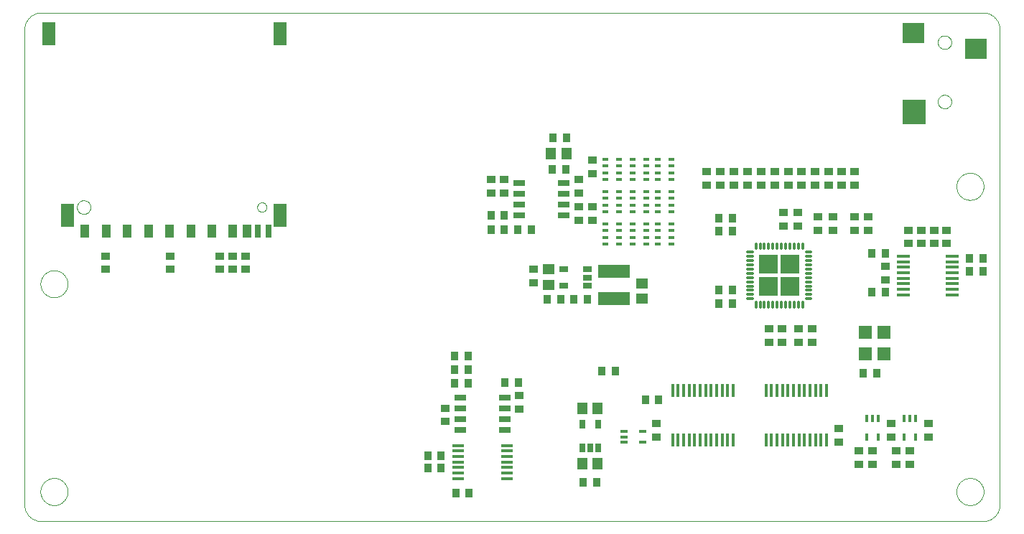
<source format=gtp>
G75*
%MOMM*%
%OFA0B0*%
%FSLAX33Y33*%
%IPPOS*%
%LPD*%
%AMOC8*
5,1,8,0,0,1.08239X$1,22.5*
%
%ADD10C,0.000*%
%ADD11R,1.000X0.950*%
%ADD12R,1.150X1.450*%
%ADD13R,1.500X1.600*%
%ADD14R,0.950X1.000*%
%ADD15C,0.300*%
%ADD16R,2.200X2.200*%
%ADD17R,1.350X0.710*%
%ADD18R,1.000X0.710*%
%ADD19R,1.450X1.150*%
%ADD20R,3.700X1.600*%
%ADD21R,0.450X1.500*%
%ADD22R,0.950X0.400*%
%ADD23R,0.800X0.400*%
%ADD24R,0.710X1.000*%
%ADD25R,2.550X2.400*%
%ADD26R,2.750X2.900*%
%ADD27R,1.500X0.450*%
%ADD28R,1.500X2.800*%
%ADD29R,1.000X1.500*%
%ADD30R,0.700X1.500*%
%ADD31R,1.450X0.450*%
%ADD32R,0.400X0.950*%
D10*
X02354Y00354D02*
X113354Y00354D01*
X113441Y00356D01*
X113528Y00362D01*
X113615Y00371D01*
X113701Y00384D01*
X113787Y00401D01*
X113872Y00422D01*
X113955Y00447D01*
X114038Y00475D01*
X114119Y00506D01*
X114199Y00541D01*
X114277Y00580D01*
X114354Y00622D01*
X114429Y00667D01*
X114501Y00716D01*
X114572Y00767D01*
X114640Y00822D01*
X114705Y00879D01*
X114768Y00940D01*
X114829Y01003D01*
X114886Y01068D01*
X114941Y01136D01*
X114992Y01207D01*
X115041Y01279D01*
X115086Y01354D01*
X115128Y01431D01*
X115167Y01509D01*
X115202Y01589D01*
X115233Y01670D01*
X115261Y01753D01*
X115286Y01836D01*
X115307Y01921D01*
X115324Y02007D01*
X115337Y02093D01*
X115346Y02180D01*
X115352Y02267D01*
X115354Y02354D01*
X115354Y58354D01*
X115352Y58441D01*
X115346Y58528D01*
X115337Y58615D01*
X115324Y58701D01*
X115307Y58787D01*
X115286Y58872D01*
X115261Y58955D01*
X115233Y59038D01*
X115202Y59119D01*
X115167Y59199D01*
X115128Y59277D01*
X115086Y59354D01*
X115041Y59429D01*
X114992Y59501D01*
X114941Y59572D01*
X114886Y59640D01*
X114829Y59705D01*
X114768Y59768D01*
X114705Y59829D01*
X114640Y59886D01*
X114572Y59941D01*
X114501Y59992D01*
X114429Y60041D01*
X114354Y60086D01*
X114277Y60128D01*
X114199Y60167D01*
X114119Y60202D01*
X114038Y60233D01*
X113955Y60261D01*
X113872Y60286D01*
X113787Y60307D01*
X113701Y60324D01*
X113615Y60337D01*
X113528Y60346D01*
X113441Y60352D01*
X113354Y60354D01*
X02354Y60354D01*
X02267Y60352D01*
X02180Y60346D01*
X02093Y60337D01*
X02007Y60324D01*
X01921Y60307D01*
X01836Y60286D01*
X01753Y60261D01*
X01670Y60233D01*
X01589Y60202D01*
X01509Y60167D01*
X01431Y60128D01*
X01354Y60086D01*
X01279Y60041D01*
X01207Y59992D01*
X01136Y59941D01*
X01068Y59886D01*
X01003Y59829D01*
X00940Y59768D01*
X00879Y59705D01*
X00822Y59640D01*
X00767Y59572D01*
X00716Y59501D01*
X00667Y59429D01*
X00622Y59354D01*
X00580Y59277D01*
X00541Y59199D01*
X00506Y59119D01*
X00475Y59038D01*
X00447Y58955D01*
X00422Y58872D01*
X00401Y58787D01*
X00384Y58701D01*
X00371Y58615D01*
X00362Y58528D01*
X00356Y58441D01*
X00354Y58354D01*
X00354Y02354D01*
X00356Y02267D01*
X00362Y02180D01*
X00371Y02093D01*
X00384Y02007D01*
X00401Y01921D01*
X00422Y01836D01*
X00447Y01753D01*
X00475Y01670D01*
X00506Y01589D01*
X00541Y01509D01*
X00580Y01431D01*
X00622Y01354D01*
X00667Y01279D01*
X00716Y01207D01*
X00767Y01136D01*
X00822Y01068D01*
X00879Y01003D01*
X00940Y00940D01*
X01003Y00879D01*
X01068Y00822D01*
X01136Y00767D01*
X01207Y00716D01*
X01279Y00667D01*
X01354Y00622D01*
X01431Y00580D01*
X01509Y00541D01*
X01589Y00506D01*
X01670Y00475D01*
X01753Y00447D01*
X01836Y00422D01*
X01921Y00401D01*
X02007Y00384D01*
X02093Y00371D01*
X02180Y00362D01*
X02267Y00356D01*
X02354Y00354D01*
X02254Y03854D02*
X02256Y03934D01*
X02262Y04013D01*
X02272Y04092D01*
X02286Y04171D01*
X02303Y04249D01*
X02325Y04326D01*
X02350Y04401D01*
X02380Y04475D01*
X02412Y04548D01*
X02449Y04619D01*
X02489Y04688D01*
X02532Y04755D01*
X02579Y04820D01*
X02628Y04882D01*
X02681Y04942D01*
X02737Y04999D01*
X02795Y05054D01*
X02856Y05105D01*
X02920Y05153D01*
X02986Y05198D01*
X03054Y05240D01*
X03124Y05278D01*
X03196Y05312D01*
X03269Y05343D01*
X03344Y05371D01*
X03421Y05394D01*
X03498Y05414D01*
X03576Y05430D01*
X03655Y05442D01*
X03734Y05450D01*
X03814Y05454D01*
X03894Y05454D01*
X03974Y05450D01*
X04053Y05442D01*
X04132Y05430D01*
X04210Y05414D01*
X04287Y05394D01*
X04364Y05371D01*
X04439Y05343D01*
X04512Y05312D01*
X04584Y05278D01*
X04654Y05240D01*
X04722Y05198D01*
X04788Y05153D01*
X04852Y05105D01*
X04913Y05054D01*
X04971Y04999D01*
X05027Y04942D01*
X05080Y04882D01*
X05129Y04820D01*
X05176Y04755D01*
X05219Y04688D01*
X05259Y04619D01*
X05296Y04548D01*
X05328Y04475D01*
X05358Y04401D01*
X05383Y04326D01*
X05405Y04249D01*
X05422Y04171D01*
X05436Y04092D01*
X05446Y04013D01*
X05452Y03934D01*
X05454Y03854D01*
X05452Y03774D01*
X05446Y03695D01*
X05436Y03616D01*
X05422Y03537D01*
X05405Y03459D01*
X05383Y03382D01*
X05358Y03307D01*
X05328Y03233D01*
X05296Y03160D01*
X05259Y03089D01*
X05219Y03020D01*
X05176Y02953D01*
X05129Y02888D01*
X05080Y02826D01*
X05027Y02766D01*
X04971Y02709D01*
X04913Y02654D01*
X04852Y02603D01*
X04788Y02555D01*
X04722Y02510D01*
X04654Y02468D01*
X04584Y02430D01*
X04512Y02396D01*
X04439Y02365D01*
X04364Y02337D01*
X04287Y02314D01*
X04210Y02294D01*
X04132Y02278D01*
X04053Y02266D01*
X03974Y02258D01*
X03894Y02254D01*
X03814Y02254D01*
X03734Y02258D01*
X03655Y02266D01*
X03576Y02278D01*
X03498Y02294D01*
X03421Y02314D01*
X03344Y02337D01*
X03269Y02365D01*
X03196Y02396D01*
X03124Y02430D01*
X03054Y02468D01*
X02986Y02510D01*
X02920Y02555D01*
X02856Y02603D01*
X02795Y02654D01*
X02737Y02709D01*
X02681Y02766D01*
X02628Y02826D01*
X02579Y02888D01*
X02532Y02953D01*
X02489Y03020D01*
X02449Y03089D01*
X02412Y03160D01*
X02380Y03233D01*
X02350Y03307D01*
X02325Y03382D01*
X02303Y03459D01*
X02286Y03537D01*
X02272Y03616D01*
X02262Y03695D01*
X02256Y03774D01*
X02254Y03854D01*
X02254Y28354D02*
X02256Y28434D01*
X02262Y28513D01*
X02272Y28592D01*
X02286Y28671D01*
X02303Y28749D01*
X02325Y28826D01*
X02350Y28901D01*
X02380Y28975D01*
X02412Y29048D01*
X02449Y29119D01*
X02489Y29188D01*
X02532Y29255D01*
X02579Y29320D01*
X02628Y29382D01*
X02681Y29442D01*
X02737Y29499D01*
X02795Y29554D01*
X02856Y29605D01*
X02920Y29653D01*
X02986Y29698D01*
X03054Y29740D01*
X03124Y29778D01*
X03196Y29812D01*
X03269Y29843D01*
X03344Y29871D01*
X03421Y29894D01*
X03498Y29914D01*
X03576Y29930D01*
X03655Y29942D01*
X03734Y29950D01*
X03814Y29954D01*
X03894Y29954D01*
X03974Y29950D01*
X04053Y29942D01*
X04132Y29930D01*
X04210Y29914D01*
X04287Y29894D01*
X04364Y29871D01*
X04439Y29843D01*
X04512Y29812D01*
X04584Y29778D01*
X04654Y29740D01*
X04722Y29698D01*
X04788Y29653D01*
X04852Y29605D01*
X04913Y29554D01*
X04971Y29499D01*
X05027Y29442D01*
X05080Y29382D01*
X05129Y29320D01*
X05176Y29255D01*
X05219Y29188D01*
X05259Y29119D01*
X05296Y29048D01*
X05328Y28975D01*
X05358Y28901D01*
X05383Y28826D01*
X05405Y28749D01*
X05422Y28671D01*
X05436Y28592D01*
X05446Y28513D01*
X05452Y28434D01*
X05454Y28354D01*
X05452Y28274D01*
X05446Y28195D01*
X05436Y28116D01*
X05422Y28037D01*
X05405Y27959D01*
X05383Y27882D01*
X05358Y27807D01*
X05328Y27733D01*
X05296Y27660D01*
X05259Y27589D01*
X05219Y27520D01*
X05176Y27453D01*
X05129Y27388D01*
X05080Y27326D01*
X05027Y27266D01*
X04971Y27209D01*
X04913Y27154D01*
X04852Y27103D01*
X04788Y27055D01*
X04722Y27010D01*
X04654Y26968D01*
X04584Y26930D01*
X04512Y26896D01*
X04439Y26865D01*
X04364Y26837D01*
X04287Y26814D01*
X04210Y26794D01*
X04132Y26778D01*
X04053Y26766D01*
X03974Y26758D01*
X03894Y26754D01*
X03814Y26754D01*
X03734Y26758D01*
X03655Y26766D01*
X03576Y26778D01*
X03498Y26794D01*
X03421Y26814D01*
X03344Y26837D01*
X03269Y26865D01*
X03196Y26896D01*
X03124Y26930D01*
X03054Y26968D01*
X02986Y27010D01*
X02920Y27055D01*
X02856Y27103D01*
X02795Y27154D01*
X02737Y27209D01*
X02681Y27266D01*
X02628Y27326D01*
X02579Y27388D01*
X02532Y27453D01*
X02489Y27520D01*
X02449Y27589D01*
X02412Y27660D01*
X02380Y27733D01*
X02350Y27807D01*
X02325Y27882D01*
X02303Y27959D01*
X02286Y28037D01*
X02272Y28116D01*
X02262Y28195D01*
X02256Y28274D01*
X02254Y28354D01*
X06554Y37404D02*
X06556Y37460D01*
X06562Y37517D01*
X06572Y37572D01*
X06586Y37627D01*
X06603Y37681D01*
X06625Y37733D01*
X06650Y37783D01*
X06678Y37832D01*
X06710Y37879D01*
X06745Y37923D01*
X06783Y37965D01*
X06824Y38004D01*
X06868Y38039D01*
X06914Y38072D01*
X06962Y38101D01*
X07012Y38127D01*
X07064Y38150D01*
X07118Y38168D01*
X07172Y38183D01*
X07227Y38194D01*
X07283Y38201D01*
X07340Y38204D01*
X07396Y38203D01*
X07453Y38198D01*
X07508Y38189D01*
X07563Y38176D01*
X07617Y38159D01*
X07670Y38139D01*
X07721Y38115D01*
X07770Y38087D01*
X07817Y38056D01*
X07862Y38022D01*
X07905Y37984D01*
X07944Y37944D01*
X07981Y37901D01*
X08014Y37856D01*
X08044Y37808D01*
X08071Y37758D01*
X08094Y37707D01*
X08114Y37654D01*
X08130Y37600D01*
X08142Y37544D01*
X08150Y37489D01*
X08154Y37432D01*
X08154Y37376D01*
X08150Y37319D01*
X08142Y37264D01*
X08130Y37208D01*
X08114Y37154D01*
X08094Y37101D01*
X08071Y37050D01*
X08044Y37000D01*
X08014Y36952D01*
X07981Y36907D01*
X07944Y36864D01*
X07905Y36824D01*
X07862Y36786D01*
X07817Y36752D01*
X07770Y36721D01*
X07721Y36693D01*
X07670Y36669D01*
X07617Y36649D01*
X07563Y36632D01*
X07508Y36619D01*
X07453Y36610D01*
X07396Y36605D01*
X07340Y36604D01*
X07283Y36607D01*
X07227Y36614D01*
X07172Y36625D01*
X07118Y36640D01*
X07064Y36658D01*
X07012Y36681D01*
X06962Y36707D01*
X06914Y36736D01*
X06868Y36769D01*
X06824Y36804D01*
X06783Y36843D01*
X06745Y36885D01*
X06710Y36929D01*
X06678Y36976D01*
X06650Y37025D01*
X06625Y37075D01*
X06603Y37127D01*
X06586Y37181D01*
X06572Y37236D01*
X06562Y37291D01*
X06556Y37348D01*
X06554Y37404D01*
X27804Y37404D02*
X27806Y37451D01*
X27812Y37497D01*
X27822Y37543D01*
X27835Y37587D01*
X27853Y37631D01*
X27874Y37672D01*
X27898Y37712D01*
X27926Y37750D01*
X27957Y37785D01*
X27991Y37817D01*
X28027Y37846D01*
X28066Y37872D01*
X28106Y37895D01*
X28149Y37914D01*
X28193Y37930D01*
X28238Y37942D01*
X28284Y37950D01*
X28331Y37954D01*
X28377Y37954D01*
X28424Y37950D01*
X28470Y37942D01*
X28515Y37930D01*
X28559Y37914D01*
X28602Y37895D01*
X28642Y37872D01*
X28681Y37846D01*
X28717Y37817D01*
X28751Y37785D01*
X28782Y37750D01*
X28810Y37712D01*
X28834Y37672D01*
X28855Y37631D01*
X28873Y37587D01*
X28886Y37543D01*
X28896Y37497D01*
X28902Y37451D01*
X28904Y37404D01*
X28902Y37357D01*
X28896Y37311D01*
X28886Y37265D01*
X28873Y37221D01*
X28855Y37177D01*
X28834Y37136D01*
X28810Y37096D01*
X28782Y37058D01*
X28751Y37023D01*
X28717Y36991D01*
X28681Y36962D01*
X28642Y36936D01*
X28602Y36913D01*
X28559Y36894D01*
X28515Y36878D01*
X28470Y36866D01*
X28424Y36858D01*
X28377Y36854D01*
X28331Y36854D01*
X28284Y36858D01*
X28238Y36866D01*
X28193Y36878D01*
X28149Y36894D01*
X28106Y36913D01*
X28066Y36936D01*
X28027Y36962D01*
X27991Y36991D01*
X27957Y37023D01*
X27926Y37058D01*
X27898Y37096D01*
X27874Y37136D01*
X27853Y37177D01*
X27835Y37221D01*
X27822Y37265D01*
X27812Y37311D01*
X27806Y37357D01*
X27804Y37404D01*
X108054Y49854D02*
X108056Y49910D01*
X108062Y49967D01*
X108072Y50022D01*
X108086Y50077D01*
X108103Y50131D01*
X108125Y50183D01*
X108150Y50233D01*
X108178Y50282D01*
X108210Y50329D01*
X108245Y50373D01*
X108283Y50415D01*
X108324Y50454D01*
X108368Y50489D01*
X108414Y50522D01*
X108462Y50551D01*
X108512Y50577D01*
X108564Y50600D01*
X108618Y50618D01*
X108672Y50633D01*
X108727Y50644D01*
X108783Y50651D01*
X108840Y50654D01*
X108896Y50653D01*
X108953Y50648D01*
X109008Y50639D01*
X109063Y50626D01*
X109117Y50609D01*
X109170Y50589D01*
X109221Y50565D01*
X109270Y50537D01*
X109317Y50506D01*
X109362Y50472D01*
X109405Y50434D01*
X109444Y50394D01*
X109481Y50351D01*
X109514Y50306D01*
X109544Y50258D01*
X109571Y50208D01*
X109594Y50157D01*
X109614Y50104D01*
X109630Y50050D01*
X109642Y49994D01*
X109650Y49939D01*
X109654Y49882D01*
X109654Y49826D01*
X109650Y49769D01*
X109642Y49714D01*
X109630Y49658D01*
X109614Y49604D01*
X109594Y49551D01*
X109571Y49500D01*
X109544Y49450D01*
X109514Y49402D01*
X109481Y49357D01*
X109444Y49314D01*
X109405Y49274D01*
X109362Y49236D01*
X109317Y49202D01*
X109270Y49171D01*
X109221Y49143D01*
X109170Y49119D01*
X109117Y49099D01*
X109063Y49082D01*
X109008Y49069D01*
X108953Y49060D01*
X108896Y49055D01*
X108840Y49054D01*
X108783Y49057D01*
X108727Y49064D01*
X108672Y49075D01*
X108618Y49090D01*
X108564Y49108D01*
X108512Y49131D01*
X108462Y49157D01*
X108414Y49186D01*
X108368Y49219D01*
X108324Y49254D01*
X108283Y49293D01*
X108245Y49335D01*
X108210Y49379D01*
X108178Y49426D01*
X108150Y49475D01*
X108125Y49525D01*
X108103Y49577D01*
X108086Y49631D01*
X108072Y49686D01*
X108062Y49741D01*
X108056Y49798D01*
X108054Y49854D01*
X108054Y56854D02*
X108056Y56910D01*
X108062Y56967D01*
X108072Y57022D01*
X108086Y57077D01*
X108103Y57131D01*
X108125Y57183D01*
X108150Y57233D01*
X108178Y57282D01*
X108210Y57329D01*
X108245Y57373D01*
X108283Y57415D01*
X108324Y57454D01*
X108368Y57489D01*
X108414Y57522D01*
X108462Y57551D01*
X108512Y57577D01*
X108564Y57600D01*
X108618Y57618D01*
X108672Y57633D01*
X108727Y57644D01*
X108783Y57651D01*
X108840Y57654D01*
X108896Y57653D01*
X108953Y57648D01*
X109008Y57639D01*
X109063Y57626D01*
X109117Y57609D01*
X109170Y57589D01*
X109221Y57565D01*
X109270Y57537D01*
X109317Y57506D01*
X109362Y57472D01*
X109405Y57434D01*
X109444Y57394D01*
X109481Y57351D01*
X109514Y57306D01*
X109544Y57258D01*
X109571Y57208D01*
X109594Y57157D01*
X109614Y57104D01*
X109630Y57050D01*
X109642Y56994D01*
X109650Y56939D01*
X109654Y56882D01*
X109654Y56826D01*
X109650Y56769D01*
X109642Y56714D01*
X109630Y56658D01*
X109614Y56604D01*
X109594Y56551D01*
X109571Y56500D01*
X109544Y56450D01*
X109514Y56402D01*
X109481Y56357D01*
X109444Y56314D01*
X109405Y56274D01*
X109362Y56236D01*
X109317Y56202D01*
X109270Y56171D01*
X109221Y56143D01*
X109170Y56119D01*
X109117Y56099D01*
X109063Y56082D01*
X109008Y56069D01*
X108953Y56060D01*
X108896Y56055D01*
X108840Y56054D01*
X108783Y56057D01*
X108727Y56064D01*
X108672Y56075D01*
X108618Y56090D01*
X108564Y56108D01*
X108512Y56131D01*
X108462Y56157D01*
X108414Y56186D01*
X108368Y56219D01*
X108324Y56254D01*
X108283Y56293D01*
X108245Y56335D01*
X108210Y56379D01*
X108178Y56426D01*
X108150Y56475D01*
X108125Y56525D01*
X108103Y56577D01*
X108086Y56631D01*
X108072Y56686D01*
X108062Y56741D01*
X108056Y56798D01*
X108054Y56854D01*
X110254Y39854D02*
X110256Y39934D01*
X110262Y40013D01*
X110272Y40092D01*
X110286Y40171D01*
X110303Y40249D01*
X110325Y40326D01*
X110350Y40401D01*
X110380Y40475D01*
X110412Y40548D01*
X110449Y40619D01*
X110489Y40688D01*
X110532Y40755D01*
X110579Y40820D01*
X110628Y40882D01*
X110681Y40942D01*
X110737Y40999D01*
X110795Y41054D01*
X110856Y41105D01*
X110920Y41153D01*
X110986Y41198D01*
X111054Y41240D01*
X111124Y41278D01*
X111196Y41312D01*
X111269Y41343D01*
X111344Y41371D01*
X111421Y41394D01*
X111498Y41414D01*
X111576Y41430D01*
X111655Y41442D01*
X111734Y41450D01*
X111814Y41454D01*
X111894Y41454D01*
X111974Y41450D01*
X112053Y41442D01*
X112132Y41430D01*
X112210Y41414D01*
X112287Y41394D01*
X112364Y41371D01*
X112439Y41343D01*
X112512Y41312D01*
X112584Y41278D01*
X112654Y41240D01*
X112722Y41198D01*
X112788Y41153D01*
X112852Y41105D01*
X112913Y41054D01*
X112971Y40999D01*
X113027Y40942D01*
X113080Y40882D01*
X113129Y40820D01*
X113176Y40755D01*
X113219Y40688D01*
X113259Y40619D01*
X113296Y40548D01*
X113328Y40475D01*
X113358Y40401D01*
X113383Y40326D01*
X113405Y40249D01*
X113422Y40171D01*
X113436Y40092D01*
X113446Y40013D01*
X113452Y39934D01*
X113454Y39854D01*
X113452Y39774D01*
X113446Y39695D01*
X113436Y39616D01*
X113422Y39537D01*
X113405Y39459D01*
X113383Y39382D01*
X113358Y39307D01*
X113328Y39233D01*
X113296Y39160D01*
X113259Y39089D01*
X113219Y39020D01*
X113176Y38953D01*
X113129Y38888D01*
X113080Y38826D01*
X113027Y38766D01*
X112971Y38709D01*
X112913Y38654D01*
X112852Y38603D01*
X112788Y38555D01*
X112722Y38510D01*
X112654Y38468D01*
X112584Y38430D01*
X112512Y38396D01*
X112439Y38365D01*
X112364Y38337D01*
X112287Y38314D01*
X112210Y38294D01*
X112132Y38278D01*
X112053Y38266D01*
X111974Y38258D01*
X111894Y38254D01*
X111814Y38254D01*
X111734Y38258D01*
X111655Y38266D01*
X111576Y38278D01*
X111498Y38294D01*
X111421Y38314D01*
X111344Y38337D01*
X111269Y38365D01*
X111196Y38396D01*
X111124Y38430D01*
X111054Y38468D01*
X110986Y38510D01*
X110920Y38555D01*
X110856Y38603D01*
X110795Y38654D01*
X110737Y38709D01*
X110681Y38766D01*
X110628Y38826D01*
X110579Y38888D01*
X110532Y38953D01*
X110489Y39020D01*
X110449Y39089D01*
X110412Y39160D01*
X110380Y39233D01*
X110350Y39307D01*
X110325Y39382D01*
X110303Y39459D01*
X110286Y39537D01*
X110272Y39616D01*
X110262Y39695D01*
X110256Y39774D01*
X110254Y39854D01*
X110254Y03854D02*
X110256Y03934D01*
X110262Y04013D01*
X110272Y04092D01*
X110286Y04171D01*
X110303Y04249D01*
X110325Y04326D01*
X110350Y04401D01*
X110380Y04475D01*
X110412Y04548D01*
X110449Y04619D01*
X110489Y04688D01*
X110532Y04755D01*
X110579Y04820D01*
X110628Y04882D01*
X110681Y04942D01*
X110737Y04999D01*
X110795Y05054D01*
X110856Y05105D01*
X110920Y05153D01*
X110986Y05198D01*
X111054Y05240D01*
X111124Y05278D01*
X111196Y05312D01*
X111269Y05343D01*
X111344Y05371D01*
X111421Y05394D01*
X111498Y05414D01*
X111576Y05430D01*
X111655Y05442D01*
X111734Y05450D01*
X111814Y05454D01*
X111894Y05454D01*
X111974Y05450D01*
X112053Y05442D01*
X112132Y05430D01*
X112210Y05414D01*
X112287Y05394D01*
X112364Y05371D01*
X112439Y05343D01*
X112512Y05312D01*
X112584Y05278D01*
X112654Y05240D01*
X112722Y05198D01*
X112788Y05153D01*
X112852Y05105D01*
X112913Y05054D01*
X112971Y04999D01*
X113027Y04942D01*
X113080Y04882D01*
X113129Y04820D01*
X113176Y04755D01*
X113219Y04688D01*
X113259Y04619D01*
X113296Y04548D01*
X113328Y04475D01*
X113358Y04401D01*
X113383Y04326D01*
X113405Y04249D01*
X113422Y04171D01*
X113436Y04092D01*
X113446Y04013D01*
X113452Y03934D01*
X113454Y03854D01*
X113452Y03774D01*
X113446Y03695D01*
X113436Y03616D01*
X113422Y03537D01*
X113405Y03459D01*
X113383Y03382D01*
X113358Y03307D01*
X113328Y03233D01*
X113296Y03160D01*
X113259Y03089D01*
X113219Y03020D01*
X113176Y02953D01*
X113129Y02888D01*
X113080Y02826D01*
X113027Y02766D01*
X112971Y02709D01*
X112913Y02654D01*
X112852Y02603D01*
X112788Y02555D01*
X112722Y02510D01*
X112654Y02468D01*
X112584Y02430D01*
X112512Y02396D01*
X112439Y02365D01*
X112364Y02337D01*
X112287Y02314D01*
X112210Y02294D01*
X112132Y02278D01*
X112053Y02266D01*
X111974Y02258D01*
X111894Y02254D01*
X111814Y02254D01*
X111734Y02258D01*
X111655Y02266D01*
X111576Y02278D01*
X111498Y02294D01*
X111421Y02314D01*
X111344Y02337D01*
X111269Y02365D01*
X111196Y02396D01*
X111124Y02430D01*
X111054Y02468D01*
X110986Y02510D01*
X110920Y02555D01*
X110856Y02603D01*
X110795Y02654D01*
X110737Y02709D01*
X110681Y02766D01*
X110628Y02826D01*
X110579Y02888D01*
X110532Y02953D01*
X110489Y03020D01*
X110449Y03089D01*
X110412Y03160D01*
X110380Y03233D01*
X110350Y03307D01*
X110325Y03382D01*
X110303Y03459D01*
X110286Y03537D01*
X110272Y03616D01*
X110262Y03695D01*
X110256Y03774D01*
X110254Y03854D01*
D11*
X104754Y07054D03*
X103154Y07054D03*
X103154Y08654D03*
X104754Y08654D03*
X102554Y10254D03*
X102554Y11854D03*
X100354Y08654D03*
X98754Y08654D03*
X98754Y07054D03*
X100354Y07054D03*
X96354Y09704D03*
X96354Y11304D03*
X106954Y11854D03*
X106954Y10254D03*
X93204Y21454D03*
X91654Y21454D03*
X89654Y21454D03*
X88154Y21454D03*
X88154Y23054D03*
X89654Y23054D03*
X91654Y23054D03*
X93204Y23054D03*
X101904Y28854D03*
X101904Y30454D03*
X104604Y33104D03*
X106104Y33104D03*
X107604Y33104D03*
X109104Y33104D03*
X109104Y34704D03*
X107604Y34704D03*
X106104Y34704D03*
X104604Y34704D03*
X99804Y34704D03*
X99804Y36304D03*
X98204Y36304D03*
X98204Y34704D03*
X95654Y34704D03*
X93954Y34704D03*
X93954Y36304D03*
X95654Y36304D03*
X91554Y36804D03*
X91554Y35204D03*
X89854Y35204D03*
X89854Y36804D03*
X90404Y40004D03*
X92004Y40004D03*
X93604Y40004D03*
X93604Y41604D03*
X92004Y41604D03*
X90404Y41604D03*
X88804Y41604D03*
X87204Y41604D03*
X87204Y40004D03*
X88804Y40004D03*
X85604Y40004D03*
X84004Y40004D03*
X82404Y40004D03*
X82404Y41604D03*
X84004Y41604D03*
X85604Y41604D03*
X80804Y41604D03*
X80804Y40004D03*
X67354Y41354D03*
X67354Y42954D03*
X65754Y40654D03*
X65754Y39054D03*
X65754Y37454D03*
X65754Y35854D03*
X67354Y35854D03*
X67354Y37454D03*
X60354Y30054D03*
X60354Y28454D03*
X56954Y39104D03*
X55354Y39104D03*
X55354Y40704D03*
X56954Y40704D03*
X26404Y31654D03*
X24904Y31654D03*
X23404Y31654D03*
X23404Y30054D03*
X24904Y30054D03*
X26404Y30054D03*
X17504Y30054D03*
X17504Y31654D03*
X09904Y31654D03*
X09904Y30054D03*
X50004Y13704D03*
X50004Y12104D03*
X58654Y13554D03*
X58654Y15154D03*
X74854Y11904D03*
X74854Y10304D03*
X95204Y40004D03*
X96704Y40004D03*
X98204Y40004D03*
X98204Y41604D03*
X96704Y41604D03*
X95204Y41604D03*
D12*
X64254Y43754D03*
X62454Y43754D03*
X66154Y13654D03*
X67954Y13654D03*
X67954Y07154D03*
X66154Y07154D03*
D13*
X99503Y20084D03*
X101703Y20084D03*
X101703Y22624D03*
X99503Y22624D03*
D14*
X100304Y27354D03*
X101904Y27354D03*
X101904Y31954D03*
X100304Y31954D03*
X111804Y31354D03*
X111804Y29854D03*
X113404Y29854D03*
X113404Y31354D03*
X100854Y17804D03*
X99254Y17804D03*
X83854Y26004D03*
X82254Y26004D03*
X82254Y27604D03*
X83854Y27604D03*
X83854Y34554D03*
X82254Y34554D03*
X82254Y36104D03*
X83854Y36104D03*
X66754Y26504D03*
X65154Y26504D03*
X63604Y26504D03*
X62004Y26504D03*
X52654Y19854D03*
X51054Y19854D03*
X51054Y18254D03*
X52654Y18254D03*
X52654Y16654D03*
X51054Y16654D03*
X57004Y16704D03*
X58604Y16704D03*
X68404Y18104D03*
X70004Y18104D03*
X73554Y14654D03*
X75154Y14654D03*
X67854Y04954D03*
X66254Y04954D03*
X52804Y03704D03*
X51204Y03704D03*
X49504Y06604D03*
X47904Y06604D03*
X47904Y08104D03*
X49504Y08104D03*
X55354Y34754D03*
X56954Y34754D03*
X58554Y34754D03*
X60154Y34754D03*
X56954Y36404D03*
X55354Y36404D03*
X62554Y41904D03*
X64154Y41904D03*
X64254Y45604D03*
X62654Y45604D03*
D15*
X85629Y32104D02*
X86179Y32104D01*
X86179Y31604D02*
X85629Y31604D01*
X85629Y31104D02*
X86179Y31104D01*
X86179Y30604D02*
X85629Y30604D01*
X85629Y30104D02*
X86179Y30104D01*
X86179Y29604D02*
X85629Y29604D01*
X85629Y29104D02*
X86179Y29104D01*
X86179Y28604D02*
X85629Y28604D01*
X85629Y28104D02*
X86179Y28104D01*
X86179Y27604D02*
X85629Y27604D01*
X85629Y27104D02*
X86179Y27104D01*
X86179Y26604D02*
X85629Y26604D01*
X86604Y26179D02*
X86604Y25629D01*
X87104Y25629D02*
X87104Y26179D01*
X87604Y26179D02*
X87604Y25629D01*
X88104Y25629D02*
X88104Y26179D01*
X88604Y26179D02*
X88604Y25629D01*
X89104Y25629D02*
X89104Y26179D01*
X89604Y26179D02*
X89604Y25629D01*
X90104Y25629D02*
X90104Y26179D01*
X90604Y26179D02*
X90604Y25629D01*
X91104Y25629D02*
X91104Y26179D01*
X91604Y26179D02*
X91604Y25629D01*
X92104Y25629D02*
X92104Y26179D01*
X92529Y26604D02*
X93079Y26604D01*
X93079Y27104D02*
X92529Y27104D01*
X92529Y27604D02*
X93079Y27604D01*
X93079Y28104D02*
X92529Y28104D01*
X92529Y28604D02*
X93079Y28604D01*
X93079Y29104D02*
X92529Y29104D01*
X92529Y29604D02*
X93079Y29604D01*
X93079Y30104D02*
X92529Y30104D01*
X92529Y30604D02*
X93079Y30604D01*
X93079Y31104D02*
X92529Y31104D01*
X92529Y31604D02*
X93079Y31604D01*
X93079Y32104D02*
X92529Y32104D01*
X92104Y32529D02*
X92104Y33079D01*
X91604Y33079D02*
X91604Y32529D01*
X91104Y32529D02*
X91104Y33079D01*
X90604Y33079D02*
X90604Y32529D01*
X90104Y32529D02*
X90104Y33079D01*
X89604Y33079D02*
X89604Y32529D01*
X89104Y32529D02*
X89104Y33079D01*
X88604Y33079D02*
X88604Y32529D01*
X88104Y32529D02*
X88104Y33079D01*
X87604Y33079D02*
X87604Y32529D01*
X87104Y32529D02*
X87104Y33079D01*
X86604Y33079D02*
X86604Y32529D01*
D16*
X88054Y30654D03*
X90654Y30654D03*
X90654Y28054D03*
X88054Y28054D03*
D17*
X63979Y36449D03*
X63979Y37719D03*
X63979Y38989D03*
X63979Y40259D03*
X58729Y40259D03*
X58729Y38989D03*
X58729Y37719D03*
X58729Y36449D03*
X56979Y14959D03*
X56979Y13689D03*
X56979Y12419D03*
X56979Y11149D03*
X51729Y11149D03*
X51729Y12419D03*
X51729Y13689D03*
X51729Y14959D03*
D18*
X63954Y28154D03*
X66754Y28154D03*
X66754Y29104D03*
X66754Y30054D03*
X63954Y30054D03*
D19*
X62154Y30054D03*
X62154Y28254D03*
X73204Y28404D03*
X73204Y26604D03*
D20*
X69854Y26604D03*
X69854Y29804D03*
D21*
X76779Y15754D03*
X77429Y15754D03*
X78079Y15754D03*
X78729Y15754D03*
X79379Y15754D03*
X80029Y15754D03*
X80679Y15754D03*
X81329Y15754D03*
X81979Y15754D03*
X82629Y15754D03*
X83279Y15754D03*
X83929Y15754D03*
X87779Y15754D03*
X88429Y15754D03*
X89079Y15754D03*
X89729Y15754D03*
X90379Y15754D03*
X91029Y15754D03*
X91679Y15754D03*
X92329Y15754D03*
X92979Y15754D03*
X93629Y15754D03*
X94279Y15754D03*
X94929Y15754D03*
X94929Y09954D03*
X94279Y09954D03*
X93629Y09954D03*
X92979Y09954D03*
X92329Y09954D03*
X91679Y09954D03*
X91029Y09954D03*
X90379Y09954D03*
X89729Y09954D03*
X89079Y09954D03*
X88429Y09954D03*
X87779Y09954D03*
X83929Y09954D03*
X83279Y09954D03*
X82629Y09954D03*
X81979Y09954D03*
X81329Y09954D03*
X80679Y09954D03*
X80029Y09954D03*
X79379Y09954D03*
X78729Y09954D03*
X78079Y09954D03*
X77429Y09954D03*
X76779Y09954D03*
D22*
X73254Y09654D03*
X73254Y10954D03*
X71054Y10954D03*
X71054Y10304D03*
X71054Y09654D03*
D23*
X70454Y33054D03*
X70454Y33854D03*
X70454Y34654D03*
X70454Y35454D03*
X68854Y35454D03*
X68854Y34654D03*
X68854Y33854D03*
X68854Y33054D03*
X72054Y33054D03*
X72054Y33854D03*
X72054Y34654D03*
X72054Y35454D03*
X73654Y35454D03*
X73654Y34654D03*
X73654Y33854D03*
X73654Y33054D03*
X75054Y33054D03*
X75054Y33854D03*
X75054Y34654D03*
X75054Y35454D03*
X75054Y36854D03*
X75054Y37654D03*
X75054Y38454D03*
X75054Y39254D03*
X75054Y40654D03*
X73654Y40654D03*
X73654Y39254D03*
X73654Y38454D03*
X73654Y37654D03*
X73654Y36854D03*
X72054Y36854D03*
X72054Y37654D03*
X72054Y38454D03*
X72054Y39254D03*
X72054Y40654D03*
X72054Y41454D03*
X72054Y42254D03*
X72054Y43054D03*
X73654Y43054D03*
X73654Y42254D03*
X73654Y41454D03*
X75054Y41454D03*
X75054Y42254D03*
X75054Y43054D03*
X76654Y43054D03*
X76654Y42254D03*
X76654Y41454D03*
X76654Y40654D03*
X76654Y39254D03*
X76654Y38454D03*
X76654Y37654D03*
X76654Y36854D03*
X76654Y35454D03*
X76654Y34654D03*
X76654Y33854D03*
X76654Y33054D03*
X70454Y36854D03*
X70454Y37654D03*
X70454Y38454D03*
X70454Y39254D03*
X70454Y40654D03*
X68854Y40654D03*
X68854Y39254D03*
X68854Y38454D03*
X68854Y37654D03*
X68854Y36854D03*
X68854Y41454D03*
X68854Y42254D03*
X68854Y43054D03*
X70454Y43054D03*
X70454Y42254D03*
X70454Y41454D03*
D24*
X68004Y11804D03*
X66104Y11804D03*
X66104Y09004D03*
X67054Y09004D03*
X68004Y09004D03*
D25*
X112529Y56054D03*
X105179Y57954D03*
D26*
X105279Y48654D03*
D27*
X103954Y31629D03*
X103954Y30979D03*
X103954Y30329D03*
X103954Y29679D03*
X103954Y29029D03*
X103954Y28379D03*
X103954Y27729D03*
X103954Y27079D03*
X109754Y27079D03*
X109754Y27729D03*
X109754Y28379D03*
X109754Y29029D03*
X109754Y29679D03*
X109754Y30329D03*
X109754Y30979D03*
X109754Y31629D03*
D28*
X30504Y36404D03*
X05404Y36404D03*
X03204Y57904D03*
X30504Y57904D03*
D29*
X26609Y34604D03*
X24909Y34604D03*
X22479Y34604D03*
X19979Y34604D03*
X17479Y34604D03*
X14979Y34604D03*
X12479Y34604D03*
X09979Y34604D03*
X07479Y34604D03*
D30*
X27909Y34604D03*
X29109Y34604D03*
D31*
X51454Y09304D03*
X51454Y08654D03*
X51454Y08004D03*
X51454Y07354D03*
X51454Y06704D03*
X51454Y06054D03*
X51454Y05404D03*
X57254Y05404D03*
X57254Y06054D03*
X57254Y06704D03*
X57254Y07354D03*
X57254Y08004D03*
X57254Y08654D03*
X57254Y09304D03*
D32*
X99704Y10254D03*
X101004Y10254D03*
X104104Y10254D03*
X105404Y10254D03*
X105404Y12454D03*
X104754Y12454D03*
X104104Y12454D03*
X101004Y12454D03*
X100354Y12454D03*
X99704Y12454D03*
M02*

</source>
